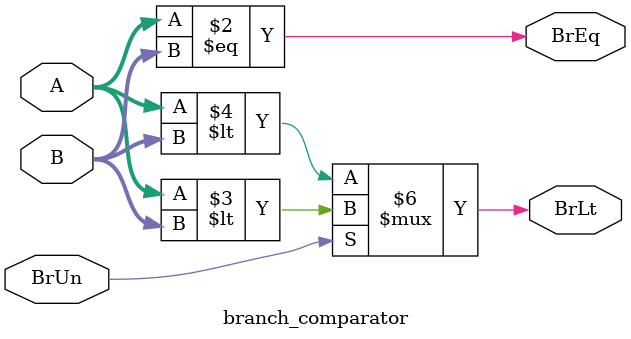
<source format=sv>
`timescale 1ns / 1ps


module branch_comparator(
    input [31:0] A,
    input [31:0] B,
    input BrUn,
    output logic BrEq,
    output logic BrLt
    );

    always_comb
    begin
        BrEq=(A==B);
        if (BrUn)
        begin
            BrLt = (A < B); // Unsigned comparison
        end
        else
        begin
            BrLt = ($signed(A) < $signed(B)); // Signed comparison
        end    
    end
endmodule

</source>
